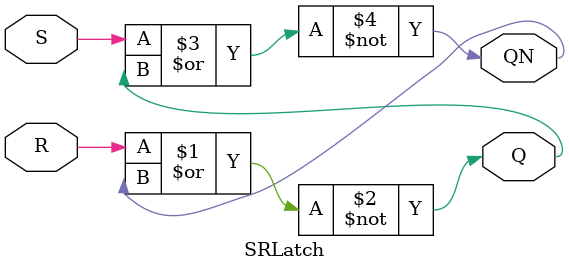
<source format=v>
module SRLatch(
  Q,   // Q output
  QN,  // Qn output
  R,    // R input
  S
  );

  input R,S;
  output Q,QN;
  
  nor nor1(Q,R,QN);
  nor nor1(QN,S,Q);

endmodule

</source>
